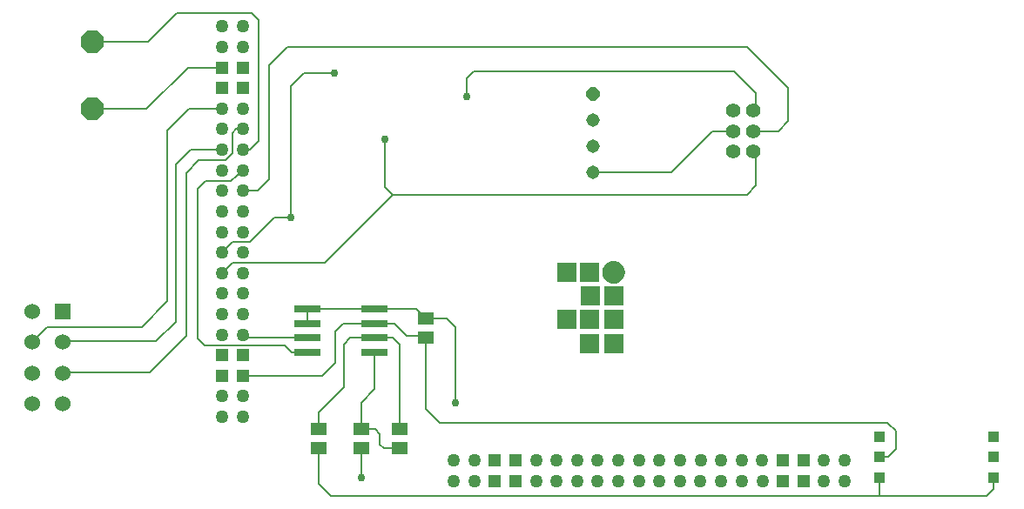
<source format=gbr>
G04 EAGLE Gerber RS-274X export*
G75*
%MOMM*%
%FSLAX34Y34*%
%LPD*%
%INBottom Copper*%
%IPPOS*%
%AMOC8*
5,1,8,0,0,1.08239X$1,22.5*%
G01*
%ADD10R,1.920000X1.940000*%
%ADD11C,0.500000*%
%ADD12R,1.258000X1.258000*%
%ADD13C,1.258000*%
%ADD14P,2.336880X8X112.500000*%
%ADD15C,1.530000*%
%ADD16R,1.530000X1.530000*%
%ADD17R,1.500000X1.300000*%
%ADD18R,2.540000X0.635000*%
%ADD19R,1.108000X1.108000*%
%ADD20C,1.408000*%
%ADD21P,1.415766X8X292.500000*%
%ADD22C,1.308000*%
%ADD23C,0.152400*%
%ADD24C,0.756400*%


D10*
X586253Y211495D03*
X586053Y188495D03*
X586053Y165295D03*
D11*
X577677Y234395D02*
X577680Y234601D01*
X577687Y234806D01*
X577700Y235011D01*
X577717Y235216D01*
X577740Y235420D01*
X577768Y235624D01*
X577800Y235827D01*
X577838Y236029D01*
X577881Y236230D01*
X577928Y236430D01*
X577980Y236629D01*
X578038Y236826D01*
X578100Y237022D01*
X578167Y237217D01*
X578238Y237409D01*
X578315Y237600D01*
X578396Y237789D01*
X578481Y237976D01*
X578571Y238161D01*
X578666Y238343D01*
X578765Y238524D01*
X578869Y238701D01*
X578977Y238876D01*
X579089Y239048D01*
X579205Y239218D01*
X579325Y239385D01*
X579450Y239548D01*
X579578Y239709D01*
X579711Y239866D01*
X579847Y240020D01*
X579987Y240171D01*
X580130Y240318D01*
X580277Y240461D01*
X580428Y240601D01*
X580582Y240737D01*
X580739Y240870D01*
X580900Y240998D01*
X581063Y241123D01*
X581230Y241243D01*
X581400Y241359D01*
X581572Y241471D01*
X581747Y241579D01*
X581924Y241683D01*
X582105Y241782D01*
X582287Y241877D01*
X582472Y241967D01*
X582659Y242052D01*
X582848Y242133D01*
X583039Y242210D01*
X583231Y242281D01*
X583426Y242348D01*
X583622Y242410D01*
X583819Y242468D01*
X584018Y242520D01*
X584218Y242567D01*
X584419Y242610D01*
X584621Y242648D01*
X584824Y242680D01*
X585028Y242708D01*
X585232Y242731D01*
X585437Y242748D01*
X585642Y242761D01*
X585847Y242768D01*
X586053Y242771D01*
X586259Y242768D01*
X586464Y242761D01*
X586669Y242748D01*
X586874Y242731D01*
X587078Y242708D01*
X587282Y242680D01*
X587485Y242648D01*
X587687Y242610D01*
X587888Y242567D01*
X588088Y242520D01*
X588287Y242468D01*
X588484Y242410D01*
X588680Y242348D01*
X588875Y242281D01*
X589067Y242210D01*
X589258Y242133D01*
X589447Y242052D01*
X589634Y241967D01*
X589819Y241877D01*
X590001Y241782D01*
X590182Y241683D01*
X590359Y241579D01*
X590534Y241471D01*
X590706Y241359D01*
X590876Y241243D01*
X591043Y241123D01*
X591206Y240998D01*
X591367Y240870D01*
X591524Y240737D01*
X591678Y240601D01*
X591829Y240461D01*
X591976Y240318D01*
X592119Y240171D01*
X592259Y240020D01*
X592395Y239866D01*
X592528Y239709D01*
X592656Y239548D01*
X592781Y239385D01*
X592901Y239218D01*
X593017Y239048D01*
X593129Y238876D01*
X593237Y238701D01*
X593341Y238524D01*
X593440Y238343D01*
X593535Y238161D01*
X593625Y237976D01*
X593710Y237789D01*
X593791Y237600D01*
X593868Y237409D01*
X593939Y237217D01*
X594006Y237022D01*
X594068Y236826D01*
X594126Y236629D01*
X594178Y236430D01*
X594225Y236230D01*
X594268Y236029D01*
X594306Y235827D01*
X594338Y235624D01*
X594366Y235420D01*
X594389Y235216D01*
X594406Y235011D01*
X594419Y234806D01*
X594426Y234601D01*
X594429Y234395D01*
X594426Y234189D01*
X594419Y233984D01*
X594406Y233779D01*
X594389Y233574D01*
X594366Y233370D01*
X594338Y233166D01*
X594306Y232963D01*
X594268Y232761D01*
X594225Y232560D01*
X594178Y232360D01*
X594126Y232161D01*
X594068Y231964D01*
X594006Y231768D01*
X593939Y231573D01*
X593868Y231381D01*
X593791Y231190D01*
X593710Y231001D01*
X593625Y230814D01*
X593535Y230629D01*
X593440Y230447D01*
X593341Y230266D01*
X593237Y230089D01*
X593129Y229914D01*
X593017Y229742D01*
X592901Y229572D01*
X592781Y229405D01*
X592656Y229242D01*
X592528Y229081D01*
X592395Y228924D01*
X592259Y228770D01*
X592119Y228619D01*
X591976Y228472D01*
X591829Y228329D01*
X591678Y228189D01*
X591524Y228053D01*
X591367Y227920D01*
X591206Y227792D01*
X591043Y227667D01*
X590876Y227547D01*
X590706Y227431D01*
X590534Y227319D01*
X590359Y227211D01*
X590182Y227107D01*
X590001Y227008D01*
X589819Y226913D01*
X589634Y226823D01*
X589447Y226738D01*
X589258Y226657D01*
X589067Y226580D01*
X588875Y226509D01*
X588680Y226442D01*
X588484Y226380D01*
X588287Y226322D01*
X588088Y226270D01*
X587888Y226223D01*
X587687Y226180D01*
X587485Y226142D01*
X587282Y226110D01*
X587078Y226082D01*
X586874Y226059D01*
X586669Y226042D01*
X586464Y226029D01*
X586259Y226022D01*
X586053Y226019D01*
X585847Y226022D01*
X585642Y226029D01*
X585437Y226042D01*
X585232Y226059D01*
X585028Y226082D01*
X584824Y226110D01*
X584621Y226142D01*
X584419Y226180D01*
X584218Y226223D01*
X584018Y226270D01*
X583819Y226322D01*
X583622Y226380D01*
X583426Y226442D01*
X583231Y226509D01*
X583039Y226580D01*
X582848Y226657D01*
X582659Y226738D01*
X582472Y226823D01*
X582287Y226913D01*
X582105Y227008D01*
X581924Y227107D01*
X581747Y227211D01*
X581572Y227319D01*
X581400Y227431D01*
X581230Y227547D01*
X581063Y227667D01*
X580900Y227792D01*
X580739Y227920D01*
X580582Y228053D01*
X580428Y228189D01*
X580277Y228329D01*
X580130Y228472D01*
X579987Y228619D01*
X579847Y228770D01*
X579711Y228924D01*
X579578Y229081D01*
X579450Y229242D01*
X579325Y229405D01*
X579205Y229572D01*
X579089Y229742D01*
X578977Y229914D01*
X578869Y230089D01*
X578765Y230266D01*
X578666Y230447D01*
X578571Y230629D01*
X578481Y230814D01*
X578396Y231001D01*
X578315Y231190D01*
X578238Y231381D01*
X578167Y231573D01*
X578100Y231768D01*
X578038Y231964D01*
X577980Y232161D01*
X577928Y232360D01*
X577881Y232560D01*
X577838Y232761D01*
X577800Y232963D01*
X577768Y233166D01*
X577740Y233370D01*
X577717Y233574D01*
X577700Y233779D01*
X577687Y233984D01*
X577680Y234189D01*
X577677Y234395D01*
X582495Y234595D02*
X582497Y234717D01*
X582503Y234840D01*
X582513Y234961D01*
X582527Y235083D01*
X582545Y235204D01*
X582566Y235324D01*
X582592Y235444D01*
X582622Y235563D01*
X582655Y235680D01*
X582692Y235797D01*
X582733Y235912D01*
X582778Y236026D01*
X582827Y236138D01*
X582879Y236249D01*
X582934Y236358D01*
X582993Y236465D01*
X583056Y236570D01*
X583122Y236673D01*
X583191Y236774D01*
X583264Y236873D01*
X583340Y236969D01*
X583418Y237062D01*
X583500Y237153D01*
X583585Y237241D01*
X583672Y237327D01*
X583763Y237409D01*
X583856Y237489D01*
X583951Y237566D01*
X584049Y237639D01*
X584149Y237709D01*
X584252Y237776D01*
X584356Y237839D01*
X584463Y237899D01*
X584571Y237956D01*
X584682Y238009D01*
X584794Y238058D01*
X584907Y238104D01*
X585022Y238146D01*
X585138Y238184D01*
X585256Y238218D01*
X585374Y238249D01*
X585494Y238275D01*
X585614Y238298D01*
X585735Y238317D01*
X585856Y238332D01*
X585978Y238343D01*
X586100Y238350D01*
X586222Y238353D01*
X586345Y238352D01*
X586467Y238347D01*
X586589Y238338D01*
X586711Y238325D01*
X586832Y238308D01*
X586952Y238287D01*
X587072Y238263D01*
X587191Y238234D01*
X587309Y238202D01*
X587426Y238165D01*
X587542Y238125D01*
X587656Y238081D01*
X587768Y238034D01*
X587880Y237983D01*
X587989Y237928D01*
X588097Y237870D01*
X588202Y237808D01*
X588306Y237743D01*
X588407Y237674D01*
X588506Y237603D01*
X588603Y237528D01*
X588697Y237450D01*
X588789Y237369D01*
X588878Y237285D01*
X588964Y237198D01*
X589047Y237108D01*
X589127Y237016D01*
X589205Y236921D01*
X589279Y236824D01*
X589350Y236724D01*
X589417Y236622D01*
X589482Y236518D01*
X589543Y236412D01*
X589600Y236304D01*
X589654Y236194D01*
X589704Y236082D01*
X589751Y235969D01*
X589794Y235855D01*
X589833Y235739D01*
X589868Y235622D01*
X589900Y235503D01*
X589927Y235384D01*
X589951Y235264D01*
X589971Y235144D01*
X589987Y235022D01*
X589999Y234901D01*
X590007Y234778D01*
X590011Y234656D01*
X590011Y234534D01*
X590007Y234412D01*
X589999Y234289D01*
X589987Y234168D01*
X589971Y234046D01*
X589951Y233926D01*
X589927Y233806D01*
X589900Y233687D01*
X589868Y233568D01*
X589833Y233451D01*
X589794Y233335D01*
X589751Y233221D01*
X589704Y233108D01*
X589654Y232996D01*
X589600Y232886D01*
X589543Y232778D01*
X589482Y232672D01*
X589417Y232568D01*
X589350Y232466D01*
X589279Y232366D01*
X589205Y232269D01*
X589127Y232174D01*
X589047Y232082D01*
X588964Y231992D01*
X588878Y231905D01*
X588789Y231821D01*
X588697Y231740D01*
X588603Y231662D01*
X588506Y231587D01*
X588407Y231516D01*
X588306Y231447D01*
X588202Y231382D01*
X588097Y231320D01*
X587989Y231262D01*
X587880Y231207D01*
X587768Y231156D01*
X587656Y231109D01*
X587542Y231065D01*
X587426Y231025D01*
X587309Y230988D01*
X587191Y230956D01*
X587072Y230927D01*
X586952Y230903D01*
X586832Y230882D01*
X586711Y230865D01*
X586589Y230852D01*
X586467Y230843D01*
X586345Y230838D01*
X586222Y230837D01*
X586100Y230840D01*
X585978Y230847D01*
X585856Y230858D01*
X585735Y230873D01*
X585614Y230892D01*
X585494Y230915D01*
X585374Y230941D01*
X585256Y230972D01*
X585138Y231006D01*
X585022Y231044D01*
X584907Y231086D01*
X584794Y231132D01*
X584682Y231181D01*
X584571Y231234D01*
X584463Y231291D01*
X584356Y231351D01*
X584252Y231414D01*
X584149Y231481D01*
X584049Y231551D01*
X583951Y231624D01*
X583856Y231701D01*
X583763Y231781D01*
X583672Y231863D01*
X583585Y231949D01*
X583500Y232037D01*
X583418Y232128D01*
X583340Y232221D01*
X583264Y232317D01*
X583191Y232416D01*
X583122Y232517D01*
X583056Y232620D01*
X582993Y232725D01*
X582934Y232832D01*
X582879Y232941D01*
X582827Y233052D01*
X582778Y233164D01*
X582733Y233278D01*
X582692Y233393D01*
X582655Y233510D01*
X582622Y233627D01*
X582592Y233746D01*
X582566Y233866D01*
X582545Y233986D01*
X582527Y234107D01*
X582513Y234229D01*
X582503Y234350D01*
X582497Y234473D01*
X582495Y234595D01*
X585621Y234795D02*
X585623Y234845D01*
X585629Y234894D01*
X585638Y234943D01*
X585652Y234990D01*
X585669Y235037D01*
X585690Y235082D01*
X585714Y235125D01*
X585742Y235166D01*
X585772Y235205D01*
X585806Y235242D01*
X585843Y235276D01*
X585882Y235306D01*
X585923Y235334D01*
X585966Y235358D01*
X586011Y235379D01*
X586058Y235396D01*
X586105Y235410D01*
X586154Y235419D01*
X586203Y235425D01*
X586253Y235427D01*
X586303Y235425D01*
X586352Y235419D01*
X586401Y235410D01*
X586448Y235396D01*
X586495Y235379D01*
X586540Y235358D01*
X586583Y235334D01*
X586624Y235306D01*
X586663Y235276D01*
X586700Y235242D01*
X586734Y235205D01*
X586764Y235166D01*
X586792Y235125D01*
X586816Y235082D01*
X586837Y235037D01*
X586854Y234990D01*
X586868Y234943D01*
X586877Y234894D01*
X586883Y234845D01*
X586885Y234795D01*
X586883Y234745D01*
X586877Y234696D01*
X586868Y234647D01*
X586854Y234600D01*
X586837Y234553D01*
X586816Y234508D01*
X586792Y234465D01*
X586764Y234424D01*
X586734Y234385D01*
X586700Y234348D01*
X586663Y234314D01*
X586624Y234284D01*
X586583Y234256D01*
X586540Y234232D01*
X586495Y234211D01*
X586448Y234194D01*
X586401Y234180D01*
X586352Y234171D01*
X586303Y234165D01*
X586253Y234163D01*
X586203Y234165D01*
X586154Y234171D01*
X586105Y234180D01*
X586058Y234194D01*
X586011Y234211D01*
X585966Y234232D01*
X585923Y234256D01*
X585882Y234284D01*
X585843Y234314D01*
X585806Y234348D01*
X585772Y234385D01*
X585742Y234424D01*
X585714Y234465D01*
X585690Y234508D01*
X585669Y234553D01*
X585652Y234600D01*
X585638Y234647D01*
X585629Y234696D01*
X585623Y234745D01*
X585621Y234795D01*
D10*
X563253Y211495D03*
X563053Y234495D03*
X563053Y188495D03*
X563053Y165295D03*
X540253Y234295D03*
X540253Y188295D03*
D12*
X770700Y51500D03*
X750700Y51500D03*
X770700Y31500D03*
X750700Y31500D03*
X490700Y51500D03*
X470600Y51400D03*
X490700Y31500D03*
X470700Y31600D03*
X225400Y153700D03*
X225400Y133700D03*
X205500Y133700D03*
X205500Y153700D03*
X205400Y413700D03*
X225300Y413800D03*
X205400Y433600D03*
X225600Y433700D03*
D13*
X810700Y51400D03*
X790600Y51500D03*
X810600Y31500D03*
X790700Y31600D03*
X730600Y51400D03*
X730700Y31400D03*
X710600Y51400D03*
X710700Y31400D03*
X690700Y31400D03*
X690600Y51400D03*
X670600Y51400D03*
X670500Y31400D03*
X650600Y51500D03*
X650700Y31400D03*
X630700Y51400D03*
X630600Y31500D03*
X610600Y51400D03*
X610700Y31400D03*
X590600Y51500D03*
X590600Y31500D03*
X570600Y51500D03*
X570600Y31400D03*
X550700Y51500D03*
X550700Y31400D03*
X530700Y51500D03*
X530700Y31400D03*
X510600Y51500D03*
X510600Y31400D03*
X450700Y51500D03*
X450700Y31400D03*
X430600Y51500D03*
X430600Y31400D03*
X225400Y113800D03*
X225400Y93700D03*
X205300Y113800D03*
X205300Y93700D03*
X225400Y193800D03*
X225400Y173700D03*
X205300Y193800D03*
X205300Y173700D03*
X225300Y233800D03*
X225300Y213700D03*
X205200Y233800D03*
X205200Y213700D03*
X225300Y273800D03*
X225300Y253700D03*
X205200Y273800D03*
X205200Y253700D03*
X225400Y313800D03*
X225400Y293700D03*
X205300Y313800D03*
X205300Y293700D03*
X225400Y353800D03*
X225400Y333700D03*
X205300Y353800D03*
X205300Y333700D03*
X225400Y393900D03*
X225400Y373800D03*
X205300Y393900D03*
X205300Y373800D03*
X225400Y473800D03*
X225400Y453700D03*
X205300Y473800D03*
X205300Y453700D03*
D14*
X79000Y393488D03*
X79000Y458512D03*
D15*
X50800Y166500D03*
X20800Y166500D03*
X50800Y136500D03*
X20800Y136500D03*
D16*
X50800Y196500D03*
D15*
X50800Y106500D03*
X20800Y196500D03*
X20800Y106500D03*
D17*
X378100Y63050D03*
X378100Y82050D03*
X403300Y189700D03*
X403300Y170700D03*
D18*
X353600Y198800D03*
X353600Y184800D03*
X353600Y170800D03*
X353600Y156800D03*
X288200Y156800D03*
X288200Y170800D03*
X288200Y184800D03*
X288200Y198800D03*
D17*
X340600Y82050D03*
X340600Y63050D03*
X299400Y82050D03*
X299400Y63050D03*
D19*
X844900Y34800D03*
X844900Y54800D03*
X844900Y74800D03*
X955700Y74800D03*
X955700Y54800D03*
X955700Y34800D03*
D20*
X702000Y392000D03*
X722000Y392000D03*
X702000Y372000D03*
X722000Y372000D03*
X702000Y352000D03*
X722000Y352000D03*
D21*
X566000Y408100D03*
D22*
X566000Y382700D03*
X566000Y357300D03*
X566000Y331900D03*
D23*
X131100Y459100D02*
X130512Y458512D01*
X133600Y459100D02*
X161416Y486916D01*
X240600Y480100D02*
X240600Y362000D01*
X232400Y353800D01*
X225400Y353800D01*
X233784Y486916D02*
X161416Y486916D01*
X233784Y486916D02*
X240600Y480100D01*
X133600Y459100D02*
X131100Y459100D01*
X79588Y459100D01*
X79000Y458512D01*
X131988Y393488D02*
X172200Y433700D01*
X205300Y433700D02*
X205400Y433600D01*
X205300Y433700D02*
X172200Y433700D01*
X131988Y393488D02*
X79000Y393488D01*
X200200Y353900D02*
X205300Y353800D01*
X174924Y353800D01*
X160448Y339324D01*
X160448Y186340D01*
X141248Y167140D01*
X51440Y167140D01*
X50800Y166500D01*
X702000Y371500D02*
X702000Y372000D01*
X682000Y372000D01*
X642000Y332000D01*
X566100Y332000D01*
X566000Y331900D01*
D24*
X272500Y288000D03*
D23*
X256500Y288000D01*
X232500Y264000D02*
X215425Y264000D01*
X205200Y253775D01*
X205200Y253700D01*
X232500Y264000D02*
X256500Y288000D01*
X272500Y288000D02*
X272500Y415500D01*
D24*
X314500Y428000D03*
D23*
X285000Y428000D02*
X272500Y415500D01*
X285000Y428000D02*
X314500Y428000D01*
D24*
X443500Y405500D03*
D23*
X450000Y430000D02*
X703500Y430000D01*
X450000Y430000D02*
X443500Y423500D01*
X443500Y405500D01*
X703500Y430000D02*
X724700Y408800D01*
X724700Y394700D02*
X722000Y392000D01*
X724700Y394700D02*
X724700Y408800D01*
X755800Y381700D02*
X746100Y372000D01*
X755800Y381700D02*
X755800Y414000D01*
X716100Y453700D01*
X268600Y453700D01*
X250900Y324800D02*
X239900Y313800D01*
X225400Y313800D01*
X250900Y324800D02*
X250900Y436000D01*
X268600Y453700D01*
X722000Y372000D02*
X746100Y372000D01*
D24*
X363500Y364000D03*
D23*
X363500Y317000D01*
X371000Y309500D01*
X715500Y309500D01*
X724700Y318700D01*
X371000Y309500D02*
X305600Y244100D01*
X215500Y244100D01*
X205200Y233800D01*
X724700Y318700D02*
X724700Y349300D01*
X722000Y352000D01*
X372700Y184800D02*
X353600Y184800D01*
X401300Y172700D02*
X403300Y170700D01*
X401300Y172700D02*
X384800Y172700D01*
X372700Y184800D01*
X403300Y170700D02*
X403300Y101700D01*
X417000Y88000D01*
X852500Y88000D01*
X860500Y80000D01*
X860500Y62500D01*
X852800Y54800D02*
X844900Y54800D01*
X852800Y54800D02*
X860500Y62500D01*
X302700Y133700D02*
X225400Y133700D01*
X315000Y146000D02*
X315000Y177000D01*
X322800Y184800D01*
X353600Y184800D01*
X315000Y146000D02*
X302700Y133700D01*
X288200Y184800D02*
X288200Y198800D01*
X353600Y198800D01*
X394200Y198800D02*
X403300Y189700D01*
X394200Y198800D02*
X353600Y198800D01*
X432200Y181300D02*
X432200Y107400D01*
X432200Y181300D02*
X423800Y189700D01*
X403300Y189700D01*
X432200Y107400D02*
X432200Y106700D01*
D24*
X432200Y107400D03*
D23*
X372800Y198800D02*
X353600Y198800D01*
X288200Y170800D02*
X288112Y170712D01*
X228412Y170712D01*
X225500Y173624D02*
X225476Y173624D01*
X225400Y173700D01*
X225500Y173624D02*
X228412Y170712D01*
X266000Y163592D02*
X188408Y163592D01*
X181500Y170500D01*
X181500Y315992D01*
X189120Y323612D01*
X213912Y323612D01*
X225400Y333700D01*
X266000Y163592D02*
X272792Y156800D01*
X288200Y156800D01*
X340900Y82350D02*
X340600Y82050D01*
X342250Y80400D01*
X340600Y82050D02*
X340600Y107600D01*
X353600Y120600D02*
X353600Y156800D01*
X353600Y120600D02*
X340600Y107600D01*
X362950Y63050D02*
X378100Y63050D01*
X359000Y67000D02*
X359000Y77000D01*
X353950Y82050D02*
X340600Y82050D01*
X359000Y67000D02*
X362950Y63050D01*
X359000Y77000D02*
X353950Y82050D01*
X353600Y170800D02*
X371200Y170800D01*
X378100Y163900D01*
X378100Y82050D01*
X323500Y122299D02*
X299400Y98200D01*
X299400Y82050D01*
X323500Y122299D02*
X323500Y164500D01*
X329800Y170800D01*
X353600Y170800D01*
D24*
X341000Y34500D03*
D23*
X341000Y62650D02*
X340600Y63050D01*
X341000Y62650D02*
X341000Y34500D01*
X311300Y16700D02*
X844900Y16700D01*
X311300Y16700D02*
X299400Y28600D01*
X299400Y63050D01*
X844900Y34800D02*
X844900Y16816D01*
X948554Y16816D01*
X955700Y23962D02*
X955700Y34800D01*
X955700Y23962D02*
X948554Y16816D01*
X844900Y16700D02*
X844900Y34800D01*
X205300Y393900D02*
X173472Y393900D01*
X152400Y372828D01*
X152400Y206364D01*
X127320Y181284D01*
X34980Y181284D01*
X21336Y167640D01*
X20800Y166500D01*
X218996Y373800D02*
X225400Y373800D01*
X218996Y373800D02*
X215312Y370116D01*
X215312Y350020D01*
X208692Y343400D01*
X182596Y343400D01*
X170496Y331300D01*
X170496Y172316D01*
X135180Y137000D01*
X51300Y137000D01*
X50800Y136500D01*
M02*

</source>
